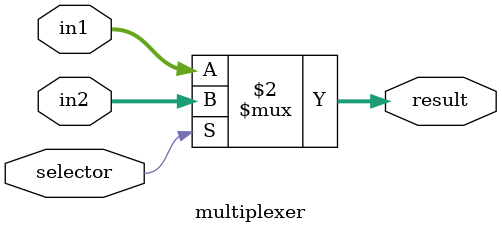
<source format=v>
module multiplexer (
    input [3:0] in1 ,  // 4 bit 
    input [3:0] in2 ,  // 4 bit 
    input selector , //  one bit  
    output [3:0] result 
) ; 

assign result = (!selector) ? in1 : in2 ;

endmodule 
</source>
